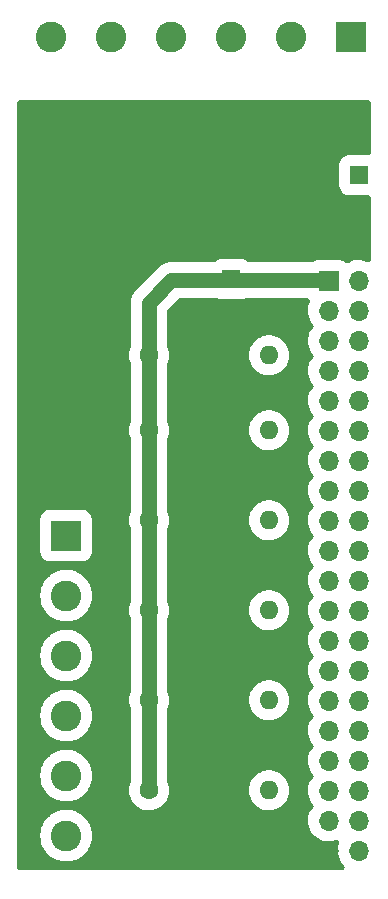
<source format=gbr>
%TF.GenerationSoftware,KiCad,Pcbnew,(6.0.0)*%
%TF.CreationDate,2022-01-13T23:18:41+01:00*%
%TF.ProjectId,pi-1w-shield,70692d31-772d-4736-9869-656c642e6b69,1.0*%
%TF.SameCoordinates,Original*%
%TF.FileFunction,Copper,L2,Bot*%
%TF.FilePolarity,Positive*%
%FSLAX46Y46*%
G04 Gerber Fmt 4.6, Leading zero omitted, Abs format (unit mm)*
G04 Created by KiCad (PCBNEW (6.0.0)) date 2022-01-13 23:18:41*
%MOMM*%
%LPD*%
G01*
G04 APERTURE LIST*
%TA.AperFunction,ComponentPad*%
%ADD10C,1.600000*%
%TD*%
%TA.AperFunction,ComponentPad*%
%ADD11O,1.600000X1.600000*%
%TD*%
%TA.AperFunction,ComponentPad*%
%ADD12R,1.600000X1.600000*%
%TD*%
%TA.AperFunction,ComponentPad*%
%ADD13R,2.600000X2.600000*%
%TD*%
%TA.AperFunction,ComponentPad*%
%ADD14C,2.600000*%
%TD*%
%TA.AperFunction,ComponentPad*%
%ADD15R,1.700000X1.700000*%
%TD*%
%TA.AperFunction,ComponentPad*%
%ADD16O,1.700000X1.700000*%
%TD*%
%TA.AperFunction,Conductor*%
%ADD17C,1.270000*%
%TD*%
G04 APERTURE END LIST*
D10*
%TO.P,R5,1*%
%TO.N,+3V3*%
X156865000Y-100300000D03*
D11*
%TO.P,R5,2*%
%TO.N,GPIO5*%
X167025000Y-100300000D03*
%TD*%
D10*
%TO.P,R2,1*%
%TO.N,+3V3*%
X156865000Y-77440000D03*
D11*
%TO.P,R2,2*%
%TO.N,GPIO17*%
X167025000Y-77440000D03*
%TD*%
D10*
%TO.P,R4,1*%
%TO.N,+3V3*%
X156865000Y-92680000D03*
D11*
%TO.P,R4,2*%
%TO.N,GPIO22*%
X167025000Y-92680000D03*
%TD*%
D10*
%TO.P,R1,1*%
%TO.N,+3V3*%
X156865000Y-71090000D03*
D11*
%TO.P,R1,2*%
%TO.N,GPIO4*%
X167025000Y-71090000D03*
%TD*%
D10*
%TO.P,R6,1*%
%TO.N,+3V3*%
X156865000Y-107920000D03*
D11*
%TO.P,R6,2*%
%TO.N,GPIO6*%
X167025000Y-107920000D03*
%TD*%
D12*
%TO.P,C2,1*%
%TO.N,+3V3*%
X163850000Y-64652380D03*
D10*
%TO.P,C2,2*%
%TO.N,GNDD*%
X163850000Y-62152380D03*
%TD*%
D12*
%TO.P,C1,1*%
%TO.N,+5V*%
X174645000Y-55850000D03*
D10*
%TO.P,C1,2*%
%TO.N,GNDD*%
X172145000Y-55850000D03*
%TD*%
D13*
%TO.P,J2,1,Pin_1*%
%TO.N,GPIO4*%
X149860000Y-86360000D03*
D14*
%TO.P,J2,2,Pin_2*%
%TO.N,GPIO17*%
X149860000Y-91440000D03*
%TO.P,J2,3,Pin_3*%
%TO.N,GPIO27*%
X149860000Y-96520000D03*
%TO.P,J2,4,Pin_4*%
%TO.N,GPIO22*%
X149860000Y-101600000D03*
%TO.P,J2,5,Pin_5*%
%TO.N,GPIO5*%
X149860000Y-106680000D03*
%TO.P,J2,6,Pin_6*%
%TO.N,GPIO6*%
X149860000Y-111760000D03*
%TD*%
D13*
%TO.P,J3,1,Pin_1*%
%TO.N,GNDD*%
X149860000Y-54610000D03*
D14*
%TO.P,J3,2,Pin_2*%
X149860000Y-59690000D03*
%TO.P,J3,3,Pin_3*%
X149860000Y-64770000D03*
%TO.P,J3,4,Pin_4*%
X149860000Y-69850000D03*
%TO.P,J3,5,Pin_5*%
X149860000Y-74930000D03*
%TO.P,J3,6,Pin_6*%
X149860000Y-80010000D03*
%TD*%
D13*
%TO.P,J1,1,Pin_1*%
%TO.N,+5V*%
X173990000Y-44145000D03*
D14*
%TO.P,J1,2,Pin_2*%
X168910000Y-44145000D03*
%TO.P,J1,3,Pin_3*%
X163830000Y-44145000D03*
%TO.P,J1,4,Pin_4*%
X158750000Y-44145000D03*
%TO.P,J1,5,Pin_5*%
X153670000Y-44145000D03*
%TO.P,J1,6,Pin_6*%
X148590000Y-44145000D03*
%TD*%
D10*
%TO.P,R3,1*%
%TO.N,+3V3*%
X156865000Y-85060000D03*
D11*
%TO.P,R3,2*%
%TO.N,GPIO27*%
X167025000Y-85060000D03*
%TD*%
D15*
%TO.P,J4,1,3V3*%
%TO.N,+3V3*%
X172085000Y-64770000D03*
D16*
%TO.P,J4,2,5V*%
%TO.N,+5V*%
X174625000Y-64770000D03*
%TO.P,J4,3,SDA/GPIO2*%
%TO.N,unconnected-(J4-Pad3)*%
X172085000Y-67310000D03*
%TO.P,J4,4,5V*%
%TO.N,unconnected-(J4-Pad4)*%
X174625000Y-67310000D03*
%TO.P,J4,5,SCL/GPIO3*%
%TO.N,unconnected-(J4-Pad5)*%
X172085000Y-69850000D03*
%TO.P,J4,6,GND*%
%TO.N,unconnected-(J4-Pad6)*%
X174625000Y-69850000D03*
%TO.P,J4,7,GCLK0/GPIO4*%
%TO.N,GPIO4*%
X172085000Y-72390000D03*
%TO.P,J4,8,GPIO14/TXD*%
%TO.N,unconnected-(J4-Pad8)*%
X174625000Y-72390000D03*
%TO.P,J4,9,GND*%
%TO.N,unconnected-(J4-Pad9)*%
X172085000Y-74930000D03*
%TO.P,J4,10,GPIO15/RXD*%
%TO.N,unconnected-(J4-Pad10)*%
X174625000Y-74930000D03*
%TO.P,J4,11,GPIO17*%
%TO.N,GPIO17*%
X172085000Y-77470000D03*
%TO.P,J4,12,GPIO18/PWM0*%
%TO.N,unconnected-(J4-Pad12)*%
X174625000Y-77470000D03*
%TO.P,J4,13,GPIO27*%
%TO.N,GPIO27*%
X172085000Y-80010000D03*
%TO.P,J4,14,GND*%
%TO.N,unconnected-(J4-Pad14)*%
X174625000Y-80010000D03*
%TO.P,J4,15,GPIO22*%
%TO.N,GPIO22*%
X172085000Y-82550000D03*
%TO.P,J4,16,GPIO23*%
%TO.N,unconnected-(J4-Pad16)*%
X174625000Y-82550000D03*
%TO.P,J4,17,3V3*%
%TO.N,unconnected-(J4-Pad17)*%
X172085000Y-85090000D03*
%TO.P,J4,18,GPIO24*%
%TO.N,unconnected-(J4-Pad18)*%
X174625000Y-85090000D03*
%TO.P,J4,19,MOSI0/GPIO10*%
%TO.N,unconnected-(J4-Pad19)*%
X172085000Y-87630000D03*
%TO.P,J4,20,GND*%
%TO.N,unconnected-(J4-Pad20)*%
X174625000Y-87630000D03*
%TO.P,J4,21,MISO0/GPIO9*%
%TO.N,unconnected-(J4-Pad21)*%
X172085000Y-90170000D03*
%TO.P,J4,22,GPIO25*%
%TO.N,unconnected-(J4-Pad22)*%
X174625000Y-90170000D03*
%TO.P,J4,23,SCLK0/GPIO11*%
%TO.N,unconnected-(J4-Pad23)*%
X172085000Y-92710000D03*
%TO.P,J4,24,~{CE0}/GPIO8*%
%TO.N,unconnected-(J4-Pad24)*%
X174625000Y-92710000D03*
%TO.P,J4,25,GND*%
%TO.N,unconnected-(J4-Pad25)*%
X172085000Y-95250000D03*
%TO.P,J4,26,~{CE1}/GPIO7*%
%TO.N,unconnected-(J4-Pad26)*%
X174625000Y-95250000D03*
%TO.P,J4,27,ID_SD/GPIO0*%
%TO.N,unconnected-(J4-Pad27)*%
X172085000Y-97790000D03*
%TO.P,J4,28,ID_SC/GPIO1*%
%TO.N,unconnected-(J4-Pad28)*%
X174625000Y-97790000D03*
%TO.P,J4,29,GCLK1/GPIO5*%
%TO.N,GPIO5*%
X172085000Y-100330000D03*
%TO.P,J4,30,GND*%
%TO.N,unconnected-(J4-Pad30)*%
X174625000Y-100330000D03*
%TO.P,J4,31,GCLK2/GPIO6*%
%TO.N,GPIO6*%
X172085000Y-102870000D03*
%TO.P,J4,32,PWM0/GPIO12*%
%TO.N,unconnected-(J4-Pad32)*%
X174625000Y-102870000D03*
%TO.P,J4,33,PWM1/GPIO13*%
%TO.N,unconnected-(J4-Pad33)*%
X172085000Y-105410000D03*
%TO.P,J4,34,GND*%
%TO.N,unconnected-(J4-Pad34)*%
X174625000Y-105410000D03*
%TO.P,J4,35,GPIO19/MISO1*%
%TO.N,unconnected-(J4-Pad35)*%
X172085000Y-107950000D03*
%TO.P,J4,36,GPIO16*%
%TO.N,unconnected-(J4-Pad36)*%
X174625000Y-107950000D03*
%TO.P,J4,37,GPIO26*%
%TO.N,unconnected-(J4-Pad37)*%
X172085000Y-110490000D03*
%TO.P,J4,38,GPIO20/MOSI1*%
%TO.N,unconnected-(J4-Pad38)*%
X174625000Y-110490000D03*
%TO.P,J4,39,GND*%
%TO.N,GNDD*%
X172085000Y-113030000D03*
%TO.P,J4,40,GPIO21/SCLK1*%
%TO.N,unconnected-(J4-Pad40)*%
X174625000Y-113030000D03*
%TD*%
D17*
%TO.N,+3V3*%
X158770000Y-64740000D02*
X156865000Y-66645000D01*
X172085000Y-64770000D02*
X172055000Y-64740000D01*
X156865000Y-66645000D02*
X156865000Y-107920000D01*
X172055000Y-64740000D02*
X158770000Y-64740000D01*
%TD*%
%TA.AperFunction,Conductor*%
%TO.N,GNDD*%
G36*
X175504819Y-49519258D02*
G01*
X175586898Y-49574102D01*
X175641742Y-49656181D01*
X175661000Y-49753000D01*
X175661000Y-53907500D01*
X175641742Y-54004319D01*
X175586898Y-54086398D01*
X175504819Y-54141242D01*
X175408000Y-54160500D01*
X173782742Y-54160500D01*
X173777787Y-54160890D01*
X173716645Y-54165702D01*
X173716643Y-54165702D01*
X173705085Y-54166612D01*
X173693889Y-54169612D01*
X173693883Y-54169613D01*
X173537288Y-54211573D01*
X173524476Y-54215006D01*
X173357875Y-54299893D01*
X173212564Y-54417564D01*
X173094893Y-54562875D01*
X173010006Y-54729476D01*
X173006573Y-54742288D01*
X172964613Y-54898883D01*
X172964612Y-54898889D01*
X172961612Y-54910085D01*
X172955500Y-54987742D01*
X172955500Y-56712258D01*
X172961612Y-56789915D01*
X172964612Y-56801111D01*
X172964613Y-56801117D01*
X173006573Y-56957712D01*
X173010006Y-56970524D01*
X173094893Y-57137125D01*
X173212564Y-57282436D01*
X173357875Y-57400107D01*
X173524476Y-57484994D01*
X173537288Y-57488427D01*
X173693883Y-57530387D01*
X173693889Y-57530388D01*
X173705085Y-57533388D01*
X173716643Y-57534298D01*
X173716645Y-57534298D01*
X173772402Y-57538686D01*
X173782742Y-57539500D01*
X175408000Y-57539500D01*
X175504819Y-57558758D01*
X175586898Y-57613602D01*
X175641742Y-57695681D01*
X175661000Y-57792500D01*
X175661000Y-62934434D01*
X175641742Y-63031253D01*
X175586898Y-63113332D01*
X175504819Y-63168176D01*
X175408000Y-63187434D01*
X175311181Y-63168176D01*
X175296119Y-63161351D01*
X175278456Y-63152641D01*
X175032217Y-63073819D01*
X174997725Y-63068202D01*
X174786294Y-63033768D01*
X174786291Y-63033768D01*
X174777033Y-63032260D01*
X174767651Y-63032137D01*
X174767649Y-63032137D01*
X174625453Y-63030276D01*
X174518508Y-63028876D01*
X174420745Y-63042181D01*
X174271623Y-63062475D01*
X174271619Y-63062476D01*
X174262323Y-63063741D01*
X174253320Y-63066365D01*
X174253316Y-63066366D01*
X174023118Y-63133463D01*
X174023115Y-63133464D01*
X174014106Y-63136090D01*
X173888139Y-63194162D01*
X173787835Y-63240402D01*
X173787830Y-63240405D01*
X173779309Y-63244333D01*
X173771612Y-63249380D01*
X173677663Y-63279454D01*
X173579286Y-63271280D01*
X173489802Y-63224697D01*
X173432429Y-63178237D01*
X173422125Y-63169893D01*
X173289413Y-63102273D01*
X173267341Y-63091027D01*
X173255524Y-63085006D01*
X173213774Y-63073819D01*
X173086117Y-63039613D01*
X173086111Y-63039612D01*
X173074915Y-63036612D01*
X173063357Y-63035702D01*
X173063355Y-63035702D01*
X173002213Y-63030890D01*
X172997258Y-63030500D01*
X171172742Y-63030500D01*
X171167787Y-63030890D01*
X171106645Y-63035702D01*
X171106643Y-63035702D01*
X171095085Y-63036612D01*
X171083889Y-63039612D01*
X171083883Y-63039613D01*
X170956226Y-63073819D01*
X170914476Y-63085006D01*
X170902659Y-63091027D01*
X170880587Y-63102273D01*
X170747875Y-63169893D01*
X170740906Y-63175536D01*
X170651354Y-63211264D01*
X170605249Y-63215500D01*
X165366541Y-63215500D01*
X165269722Y-63196242D01*
X165207322Y-63159117D01*
X165147429Y-63110616D01*
X165147422Y-63110612D01*
X165137125Y-63102273D01*
X164970524Y-63017386D01*
X164957712Y-63013953D01*
X164801117Y-62971993D01*
X164801111Y-62971992D01*
X164789915Y-62968992D01*
X164778357Y-62968082D01*
X164778355Y-62968082D01*
X164717213Y-62963270D01*
X164712258Y-62962880D01*
X162987742Y-62962880D01*
X162982787Y-62963270D01*
X162921645Y-62968082D01*
X162921643Y-62968082D01*
X162910085Y-62968992D01*
X162898889Y-62971992D01*
X162898883Y-62971993D01*
X162742288Y-63013953D01*
X162729476Y-63017386D01*
X162562875Y-63102273D01*
X162552578Y-63110612D01*
X162552571Y-63110616D01*
X162492678Y-63159117D01*
X162405316Y-63205081D01*
X162333459Y-63215500D01*
X158795981Y-63215500D01*
X158788918Y-63215401D01*
X158689954Y-63212637D01*
X158614482Y-63222707D01*
X158601344Y-63224110D01*
X158525468Y-63230215D01*
X158511090Y-63233747D01*
X158499838Y-63236510D01*
X158472954Y-63241589D01*
X158456867Y-63243736D01*
X158456865Y-63243736D01*
X158446787Y-63245081D01*
X158437065Y-63248016D01*
X158437057Y-63248018D01*
X158373902Y-63267086D01*
X158361126Y-63270581D01*
X158287227Y-63288732D01*
X158277875Y-63292702D01*
X158277871Y-63292703D01*
X158262938Y-63299042D01*
X158237206Y-63308357D01*
X158221661Y-63313050D01*
X158221652Y-63313053D01*
X158211936Y-63315987D01*
X158143511Y-63349360D01*
X158131485Y-63354840D01*
X158070766Y-63380614D01*
X158070763Y-63380615D01*
X158061407Y-63384587D01*
X158039065Y-63398657D01*
X158015157Y-63411964D01*
X157991442Y-63423530D01*
X157941484Y-63458771D01*
X157929270Y-63467387D01*
X157918252Y-63474736D01*
X157853817Y-63515313D01*
X157846196Y-63522032D01*
X157846192Y-63522035D01*
X157834020Y-63532767D01*
X157812537Y-63549732D01*
X157797480Y-63560353D01*
X157797465Y-63560365D01*
X157790978Y-63564941D01*
X157769247Y-63584784D01*
X157731885Y-63622146D01*
X157720300Y-63633025D01*
X157669799Y-63677548D01*
X157663356Y-63685392D01*
X157663349Y-63685399D01*
X157646907Y-63705416D01*
X157630304Y-63723727D01*
X155805382Y-65548649D01*
X155800317Y-65553574D01*
X155728390Y-65621592D01*
X155722218Y-65629665D01*
X155722216Y-65629667D01*
X155682161Y-65682057D01*
X155673843Y-65692365D01*
X155631100Y-65742588D01*
X155631095Y-65742595D01*
X155624511Y-65750331D01*
X155610838Y-65772909D01*
X155595421Y-65795508D01*
X155579387Y-65816479D01*
X155574586Y-65825433D01*
X155543416Y-65883565D01*
X155536852Y-65895072D01*
X155497426Y-65960171D01*
X155493620Y-65969591D01*
X155493619Y-65969593D01*
X155487539Y-65984642D01*
X155475930Y-66009424D01*
X155468260Y-66023729D01*
X155463460Y-66032682D01*
X155438686Y-66104631D01*
X155434048Y-66117035D01*
X155409336Y-66178200D01*
X155409334Y-66178206D01*
X155405527Y-66187629D01*
X155403275Y-66197542D01*
X155399678Y-66213373D01*
X155392183Y-66239684D01*
X155386898Y-66255033D01*
X155386897Y-66255039D01*
X155383591Y-66264639D01*
X155377317Y-66300964D01*
X155370640Y-66339617D01*
X155368045Y-66352604D01*
X155353428Y-66416940D01*
X155353427Y-66416948D01*
X155351176Y-66426855D01*
X155350538Y-66437000D01*
X155349518Y-66453209D01*
X155346325Y-66480385D01*
X155341835Y-66506381D01*
X155340500Y-66535778D01*
X155340500Y-66588602D01*
X155340001Y-66604487D01*
X155335773Y-66671693D01*
X155336763Y-66681789D01*
X155336763Y-66681795D01*
X155339293Y-66707593D01*
X155340500Y-66732281D01*
X155340500Y-70305523D01*
X155320817Y-70403361D01*
X155261946Y-70543753D01*
X155258315Y-70552411D01*
X155256003Y-70561513D01*
X155256003Y-70561514D01*
X155227409Y-70674105D01*
X155196502Y-70795799D01*
X155195562Y-70805139D01*
X155195561Y-70805142D01*
X155178905Y-70970561D01*
X155171344Y-71045650D01*
X155183392Y-71296476D01*
X155232382Y-71542765D01*
X155317237Y-71779108D01*
X155319041Y-71782464D01*
X155340500Y-71883424D01*
X155340500Y-76655523D01*
X155320817Y-76753361D01*
X155261946Y-76893753D01*
X155258315Y-76902411D01*
X155256003Y-76911513D01*
X155256003Y-76911514D01*
X155227409Y-77024105D01*
X155196502Y-77145799D01*
X155195562Y-77155139D01*
X155195561Y-77155142D01*
X155172284Y-77386313D01*
X155171344Y-77395650D01*
X155183392Y-77646476D01*
X155232382Y-77892765D01*
X155317237Y-78129108D01*
X155319041Y-78132464D01*
X155340500Y-78233424D01*
X155340500Y-84275523D01*
X155320817Y-84373361D01*
X155261946Y-84513753D01*
X155258315Y-84522411D01*
X155256003Y-84531513D01*
X155256003Y-84531514D01*
X155242499Y-84584688D01*
X155196502Y-84765799D01*
X155195562Y-84775139D01*
X155195561Y-84775142D01*
X155173646Y-84992787D01*
X155171344Y-85015650D01*
X155183392Y-85266476D01*
X155232382Y-85512765D01*
X155317237Y-85749108D01*
X155319041Y-85752464D01*
X155340500Y-85853424D01*
X155340500Y-91895523D01*
X155320817Y-91993361D01*
X155261946Y-92133753D01*
X155258315Y-92142411D01*
X155256003Y-92151513D01*
X155256003Y-92151514D01*
X155227409Y-92264105D01*
X155196502Y-92385799D01*
X155195562Y-92395139D01*
X155195561Y-92395142D01*
X155172284Y-92626313D01*
X155171344Y-92635650D01*
X155183392Y-92886476D01*
X155185222Y-92895674D01*
X155185222Y-92895677D01*
X155210745Y-93023987D01*
X155232382Y-93132765D01*
X155317237Y-93369108D01*
X155319041Y-93372464D01*
X155340500Y-93473424D01*
X155340500Y-99515523D01*
X155320817Y-99613361D01*
X155261946Y-99753753D01*
X155258315Y-99762411D01*
X155256003Y-99771513D01*
X155256003Y-99771514D01*
X155244563Y-99816560D01*
X155196502Y-100005799D01*
X155195562Y-100015139D01*
X155195561Y-100015142D01*
X155175046Y-100218883D01*
X155171344Y-100255650D01*
X155183392Y-100506476D01*
X155185222Y-100515674D01*
X155185222Y-100515677D01*
X155221839Y-100699760D01*
X155232382Y-100752765D01*
X155317237Y-100989108D01*
X155319041Y-100992464D01*
X155340500Y-101093424D01*
X155340500Y-107135523D01*
X155320817Y-107233361D01*
X155261946Y-107373753D01*
X155258315Y-107382411D01*
X155256003Y-107391513D01*
X155256003Y-107391514D01*
X155227408Y-107504105D01*
X155196502Y-107625799D01*
X155195562Y-107635139D01*
X155195561Y-107635142D01*
X155172284Y-107866313D01*
X155171344Y-107875650D01*
X155183392Y-108126476D01*
X155185222Y-108135674D01*
X155185222Y-108135677D01*
X155210745Y-108263987D01*
X155232382Y-108372765D01*
X155317237Y-108609108D01*
X155436095Y-108830313D01*
X155441713Y-108837836D01*
X155441714Y-108837838D01*
X155472145Y-108878590D01*
X155586343Y-109031519D01*
X155764681Y-109208308D01*
X155772250Y-109213857D01*
X155772249Y-109213857D01*
X155959622Y-109351245D01*
X155959629Y-109351250D01*
X155967191Y-109356794D01*
X156189425Y-109473717D01*
X156198284Y-109476811D01*
X156198287Y-109476812D01*
X156198926Y-109477035D01*
X156426499Y-109556507D01*
X156435719Y-109558257D01*
X156435721Y-109558258D01*
X156663982Y-109601595D01*
X156663988Y-109601596D01*
X156673207Y-109603346D01*
X156682586Y-109603714D01*
X156682590Y-109603715D01*
X156798668Y-109608276D01*
X156924128Y-109613205D01*
X157068151Y-109597432D01*
X157164421Y-109586889D01*
X157164425Y-109586888D01*
X157173750Y-109585867D01*
X157182816Y-109583480D01*
X157182822Y-109583479D01*
X157330213Y-109544674D01*
X157416590Y-109521933D01*
X157647312Y-109422807D01*
X157788645Y-109335348D01*
X157852864Y-109295608D01*
X157852867Y-109295606D01*
X157860848Y-109290667D01*
X157958134Y-109208308D01*
X158045343Y-109134479D01*
X158052506Y-109128415D01*
X158218078Y-108939617D01*
X158251759Y-108887254D01*
X158348850Y-108736309D01*
X158348852Y-108736305D01*
X158353924Y-108728420D01*
X158457062Y-108499463D01*
X158525225Y-108257777D01*
X158546621Y-108089590D01*
X158556113Y-108014978D01*
X158556114Y-108014969D01*
X158556915Y-108008670D01*
X158559237Y-107920000D01*
X158555941Y-107875650D01*
X165331344Y-107875650D01*
X165343392Y-108126476D01*
X165345222Y-108135674D01*
X165345222Y-108135677D01*
X165370745Y-108263987D01*
X165392382Y-108372765D01*
X165477237Y-108609108D01*
X165596095Y-108830313D01*
X165601713Y-108837836D01*
X165601714Y-108837838D01*
X165632145Y-108878590D01*
X165746343Y-109031519D01*
X165924681Y-109208308D01*
X165932250Y-109213857D01*
X165932249Y-109213857D01*
X166119622Y-109351245D01*
X166119629Y-109351250D01*
X166127191Y-109356794D01*
X166349425Y-109473717D01*
X166358284Y-109476811D01*
X166358287Y-109476812D01*
X166358926Y-109477035D01*
X166586499Y-109556507D01*
X166595719Y-109558257D01*
X166595721Y-109558258D01*
X166823982Y-109601595D01*
X166823988Y-109601596D01*
X166833207Y-109603346D01*
X166842586Y-109603714D01*
X166842590Y-109603715D01*
X166958668Y-109608276D01*
X167084128Y-109613205D01*
X167228151Y-109597432D01*
X167324421Y-109586889D01*
X167324425Y-109586888D01*
X167333750Y-109585867D01*
X167342816Y-109583480D01*
X167342822Y-109583479D01*
X167490213Y-109544674D01*
X167576590Y-109521933D01*
X167807312Y-109422807D01*
X167948645Y-109335348D01*
X168012864Y-109295608D01*
X168012867Y-109295606D01*
X168020848Y-109290667D01*
X168118134Y-109208308D01*
X168205343Y-109134479D01*
X168212506Y-109128415D01*
X168378078Y-108939617D01*
X168411759Y-108887254D01*
X168508850Y-108736309D01*
X168508852Y-108736305D01*
X168513924Y-108728420D01*
X168617062Y-108499463D01*
X168685225Y-108257777D01*
X168706621Y-108089590D01*
X168716113Y-108014978D01*
X168716114Y-108014969D01*
X168716915Y-108008670D01*
X168719237Y-107920000D01*
X168700627Y-107669576D01*
X168645207Y-107424653D01*
X168554193Y-107190612D01*
X168549539Y-107182469D01*
X168549536Y-107182463D01*
X168434246Y-106980748D01*
X168434245Y-106980746D01*
X168429586Y-106972595D01*
X168274123Y-106775390D01*
X168253983Y-106756444D01*
X168098055Y-106609762D01*
X168098051Y-106609758D01*
X168091218Y-106603331D01*
X167884890Y-106460196D01*
X167876483Y-106456050D01*
X167876476Y-106456046D01*
X167715918Y-106376868D01*
X167659672Y-106349131D01*
X167420512Y-106272575D01*
X167335069Y-106258660D01*
X167181924Y-106233718D01*
X167181918Y-106233718D01*
X167172662Y-106232210D01*
X167163279Y-106232087D01*
X167163277Y-106232087D01*
X167018278Y-106230189D01*
X166921569Y-106228923D01*
X166897417Y-106232210D01*
X166682048Y-106261520D01*
X166682044Y-106261521D01*
X166672748Y-106262786D01*
X166663745Y-106265410D01*
X166663741Y-106265411D01*
X166440678Y-106330428D01*
X166440675Y-106330429D01*
X166431666Y-106333055D01*
X166203618Y-106438187D01*
X166195769Y-106443333D01*
X166001462Y-106570725D01*
X166001456Y-106570729D01*
X165993614Y-106575871D01*
X165806268Y-106743084D01*
X165645695Y-106936152D01*
X165640834Y-106944163D01*
X165640831Y-106944167D01*
X165629096Y-106963506D01*
X165515424Y-107150832D01*
X165511798Y-107159479D01*
X165511797Y-107159481D01*
X165421945Y-107373753D01*
X165421945Y-107373754D01*
X165418315Y-107382411D01*
X165416004Y-107391513D01*
X165416003Y-107391514D01*
X165387408Y-107504105D01*
X165356502Y-107625799D01*
X165355562Y-107635139D01*
X165355561Y-107635142D01*
X165332284Y-107866313D01*
X165331344Y-107875650D01*
X158555941Y-107875650D01*
X158540627Y-107669576D01*
X158485207Y-107424653D01*
X158406702Y-107222778D01*
X158389500Y-107131082D01*
X158389500Y-101083800D01*
X158411824Y-100979888D01*
X158422367Y-100956483D01*
X158457062Y-100879463D01*
X158525225Y-100637777D01*
X158548339Y-100456084D01*
X158556113Y-100394978D01*
X158556114Y-100394969D01*
X158556915Y-100388670D01*
X158559237Y-100300000D01*
X158555941Y-100255650D01*
X165331344Y-100255650D01*
X165343392Y-100506476D01*
X165345222Y-100515674D01*
X165345222Y-100515677D01*
X165381839Y-100699760D01*
X165392382Y-100752765D01*
X165477237Y-100989108D01*
X165596095Y-101210313D01*
X165746343Y-101411519D01*
X165924681Y-101588308D01*
X165932250Y-101593857D01*
X165932249Y-101593857D01*
X166119622Y-101731245D01*
X166119629Y-101731250D01*
X166127191Y-101736794D01*
X166349425Y-101853717D01*
X166358284Y-101856811D01*
X166358287Y-101856812D01*
X166458389Y-101891769D01*
X166586499Y-101936507D01*
X166595719Y-101938257D01*
X166595721Y-101938258D01*
X166823982Y-101981595D01*
X166823988Y-101981596D01*
X166833207Y-101983346D01*
X166842586Y-101983714D01*
X166842590Y-101983715D01*
X166958667Y-101988275D01*
X167084128Y-101993205D01*
X167228151Y-101977432D01*
X167324421Y-101966889D01*
X167324425Y-101966888D01*
X167333750Y-101965867D01*
X167342816Y-101963480D01*
X167342822Y-101963479D01*
X167490213Y-101924674D01*
X167576590Y-101901933D01*
X167807312Y-101802807D01*
X167948645Y-101715348D01*
X168012864Y-101675608D01*
X168012867Y-101675606D01*
X168020848Y-101670667D01*
X168055909Y-101640986D01*
X168205343Y-101514479D01*
X168212506Y-101508415D01*
X168378078Y-101319617D01*
X168383154Y-101311726D01*
X168508850Y-101116309D01*
X168508852Y-101116305D01*
X168513924Y-101108420D01*
X168617062Y-100879463D01*
X168685225Y-100637777D01*
X168708339Y-100456084D01*
X168716113Y-100394978D01*
X168716114Y-100394969D01*
X168716915Y-100388670D01*
X168719237Y-100300000D01*
X168700627Y-100049576D01*
X168645207Y-99804653D01*
X168554193Y-99570612D01*
X168549539Y-99562469D01*
X168549536Y-99562463D01*
X168434246Y-99360748D01*
X168434245Y-99360746D01*
X168429586Y-99352595D01*
X168274123Y-99155390D01*
X168253983Y-99136444D01*
X168098055Y-98989762D01*
X168098051Y-98989758D01*
X168091218Y-98983331D01*
X167884890Y-98840196D01*
X167876483Y-98836050D01*
X167876476Y-98836046D01*
X167715918Y-98756868D01*
X167659672Y-98729131D01*
X167420512Y-98652575D01*
X167335069Y-98638660D01*
X167181924Y-98613718D01*
X167181918Y-98613718D01*
X167172662Y-98612210D01*
X167163279Y-98612087D01*
X167163277Y-98612087D01*
X167018278Y-98610189D01*
X166921569Y-98608923D01*
X166897417Y-98612210D01*
X166682048Y-98641520D01*
X166682044Y-98641521D01*
X166672748Y-98642786D01*
X166663745Y-98645410D01*
X166663741Y-98645411D01*
X166440678Y-98710428D01*
X166440675Y-98710429D01*
X166431666Y-98713055D01*
X166203618Y-98818187D01*
X166195769Y-98823333D01*
X166001462Y-98950725D01*
X166001456Y-98950729D01*
X165993614Y-98955871D01*
X165806268Y-99123084D01*
X165645695Y-99316152D01*
X165640834Y-99324163D01*
X165640831Y-99324167D01*
X165565274Y-99448681D01*
X165515424Y-99530832D01*
X165511798Y-99539479D01*
X165511797Y-99539481D01*
X165421945Y-99753753D01*
X165421945Y-99753754D01*
X165418315Y-99762411D01*
X165416004Y-99771513D01*
X165416003Y-99771514D01*
X165404563Y-99816560D01*
X165356502Y-100005799D01*
X165355562Y-100015139D01*
X165355561Y-100015142D01*
X165335046Y-100218883D01*
X165331344Y-100255650D01*
X158555941Y-100255650D01*
X158540627Y-100049576D01*
X158485207Y-99804653D01*
X158406702Y-99602778D01*
X158389500Y-99511082D01*
X158389500Y-93463800D01*
X158411824Y-93359888D01*
X158422367Y-93336483D01*
X158457062Y-93259463D01*
X158525225Y-93017777D01*
X158546621Y-92849590D01*
X158556113Y-92774978D01*
X158556114Y-92774969D01*
X158556915Y-92768670D01*
X158559237Y-92680000D01*
X158555941Y-92635650D01*
X165331344Y-92635650D01*
X165343392Y-92886476D01*
X165345222Y-92895674D01*
X165345222Y-92895677D01*
X165370745Y-93023987D01*
X165392382Y-93132765D01*
X165477237Y-93369108D01*
X165596095Y-93590313D01*
X165601713Y-93597836D01*
X165601714Y-93597838D01*
X165632145Y-93638590D01*
X165746343Y-93791519D01*
X165924681Y-93968308D01*
X165932250Y-93973857D01*
X165932249Y-93973857D01*
X166119622Y-94111245D01*
X166119629Y-94111250D01*
X166127191Y-94116794D01*
X166349425Y-94233717D01*
X166358284Y-94236811D01*
X166358287Y-94236812D01*
X166358926Y-94237035D01*
X166586499Y-94316507D01*
X166595719Y-94318257D01*
X166595721Y-94318258D01*
X166823982Y-94361595D01*
X166823988Y-94361596D01*
X166833207Y-94363346D01*
X166842586Y-94363714D01*
X166842590Y-94363715D01*
X166958668Y-94368276D01*
X167084128Y-94373205D01*
X167228151Y-94357432D01*
X167324421Y-94346889D01*
X167324425Y-94346888D01*
X167333750Y-94345867D01*
X167342816Y-94343480D01*
X167342822Y-94343479D01*
X167490213Y-94304674D01*
X167576590Y-94281933D01*
X167807312Y-94182807D01*
X167948645Y-94095348D01*
X168012864Y-94055608D01*
X168012867Y-94055606D01*
X168020848Y-94050667D01*
X168118134Y-93968308D01*
X168205343Y-93894479D01*
X168212506Y-93888415D01*
X168378078Y-93699617D01*
X168411759Y-93647254D01*
X168508850Y-93496309D01*
X168508852Y-93496305D01*
X168513924Y-93488420D01*
X168617062Y-93259463D01*
X168685225Y-93017777D01*
X168706621Y-92849590D01*
X168716113Y-92774978D01*
X168716114Y-92774969D01*
X168716915Y-92768670D01*
X168719237Y-92680000D01*
X168700627Y-92429576D01*
X168645207Y-92184653D01*
X168554193Y-91950612D01*
X168549539Y-91942469D01*
X168549536Y-91942463D01*
X168434246Y-91740748D01*
X168434245Y-91740746D01*
X168429586Y-91732595D01*
X168274123Y-91535390D01*
X168253983Y-91516444D01*
X168098055Y-91369762D01*
X168098051Y-91369758D01*
X168091218Y-91363331D01*
X167884890Y-91220196D01*
X167876483Y-91216050D01*
X167876476Y-91216046D01*
X167715918Y-91136868D01*
X167659672Y-91109131D01*
X167420512Y-91032575D01*
X167335069Y-91018660D01*
X167181924Y-90993718D01*
X167181918Y-90993718D01*
X167172662Y-90992210D01*
X167163279Y-90992087D01*
X167163277Y-90992087D01*
X167018278Y-90990189D01*
X166921569Y-90988923D01*
X166897417Y-90992210D01*
X166682048Y-91021520D01*
X166682044Y-91021521D01*
X166672748Y-91022786D01*
X166663745Y-91025410D01*
X166663741Y-91025411D01*
X166440678Y-91090428D01*
X166440675Y-91090429D01*
X166431666Y-91093055D01*
X166203618Y-91198187D01*
X166195769Y-91203333D01*
X166001462Y-91330725D01*
X166001456Y-91330729D01*
X165993614Y-91335871D01*
X165806268Y-91503084D01*
X165645695Y-91696152D01*
X165640834Y-91704163D01*
X165640831Y-91704167D01*
X165629096Y-91723506D01*
X165515424Y-91910832D01*
X165511798Y-91919479D01*
X165511797Y-91919481D01*
X165421945Y-92133753D01*
X165421945Y-92133754D01*
X165418315Y-92142411D01*
X165416004Y-92151513D01*
X165416003Y-92151514D01*
X165387409Y-92264105D01*
X165356502Y-92385799D01*
X165355562Y-92395139D01*
X165355561Y-92395142D01*
X165332284Y-92626313D01*
X165331344Y-92635650D01*
X158555941Y-92635650D01*
X158540627Y-92429576D01*
X158485207Y-92184653D01*
X158406702Y-91982778D01*
X158389500Y-91891082D01*
X158389500Y-85843800D01*
X158411824Y-85739888D01*
X158422367Y-85716483D01*
X158457062Y-85639463D01*
X158525225Y-85397777D01*
X158556915Y-85148670D01*
X158559237Y-85060000D01*
X158555941Y-85015650D01*
X165331344Y-85015650D01*
X165343392Y-85266476D01*
X165392382Y-85512765D01*
X165477237Y-85749108D01*
X165596095Y-85970313D01*
X165746343Y-86171519D01*
X165924681Y-86348308D01*
X165932250Y-86353857D01*
X165932249Y-86353857D01*
X166119622Y-86491245D01*
X166119629Y-86491250D01*
X166127191Y-86496794D01*
X166349425Y-86613717D01*
X166358284Y-86616811D01*
X166358287Y-86616812D01*
X166358926Y-86617035D01*
X166586499Y-86696507D01*
X166595719Y-86698257D01*
X166595721Y-86698258D01*
X166823982Y-86741595D01*
X166823988Y-86741596D01*
X166833207Y-86743346D01*
X166842586Y-86743714D01*
X166842590Y-86743715D01*
X166958668Y-86748276D01*
X167084128Y-86753205D01*
X167228151Y-86737432D01*
X167324421Y-86726889D01*
X167324425Y-86726888D01*
X167333750Y-86725867D01*
X167342816Y-86723480D01*
X167342822Y-86723479D01*
X167490213Y-86684674D01*
X167576590Y-86661933D01*
X167807312Y-86562807D01*
X167948645Y-86475348D01*
X168012864Y-86435608D01*
X168012867Y-86435606D01*
X168020848Y-86430667D01*
X168118134Y-86348308D01*
X168205343Y-86274479D01*
X168212506Y-86268415D01*
X168378078Y-86079617D01*
X168411759Y-86027254D01*
X168508850Y-85876309D01*
X168508852Y-85876305D01*
X168513924Y-85868420D01*
X168617062Y-85639463D01*
X168685225Y-85397777D01*
X168716915Y-85148670D01*
X168719237Y-85060000D01*
X168700627Y-84809576D01*
X168662220Y-84639839D01*
X168647279Y-84573809D01*
X168647278Y-84573806D01*
X168645207Y-84564653D01*
X168554193Y-84330612D01*
X168549539Y-84322469D01*
X168549536Y-84322463D01*
X168434246Y-84120748D01*
X168434245Y-84120746D01*
X168429586Y-84112595D01*
X168274123Y-83915390D01*
X168253983Y-83896444D01*
X168098055Y-83749762D01*
X168098051Y-83749758D01*
X168091218Y-83743331D01*
X167884890Y-83600196D01*
X167876483Y-83596050D01*
X167876476Y-83596046D01*
X167715918Y-83516868D01*
X167659672Y-83489131D01*
X167420512Y-83412575D01*
X167335069Y-83398660D01*
X167181924Y-83373718D01*
X167181918Y-83373718D01*
X167172662Y-83372210D01*
X167163279Y-83372087D01*
X167163277Y-83372087D01*
X167018278Y-83370189D01*
X166921569Y-83368923D01*
X166897417Y-83372210D01*
X166682048Y-83401520D01*
X166682044Y-83401521D01*
X166672748Y-83402786D01*
X166663745Y-83405410D01*
X166663741Y-83405411D01*
X166440678Y-83470428D01*
X166440675Y-83470429D01*
X166431666Y-83473055D01*
X166203618Y-83578187D01*
X166195769Y-83583333D01*
X166001462Y-83710725D01*
X166001456Y-83710729D01*
X165993614Y-83715871D01*
X165806268Y-83883084D01*
X165645695Y-84076152D01*
X165640834Y-84084163D01*
X165640831Y-84084167D01*
X165584734Y-84176612D01*
X165515424Y-84290832D01*
X165511798Y-84299479D01*
X165511797Y-84299481D01*
X165421945Y-84513753D01*
X165421945Y-84513754D01*
X165418315Y-84522411D01*
X165416004Y-84531513D01*
X165416003Y-84531514D01*
X165402499Y-84584688D01*
X165356502Y-84765799D01*
X165355562Y-84775139D01*
X165355561Y-84775142D01*
X165333646Y-84992787D01*
X165331344Y-85015650D01*
X158555941Y-85015650D01*
X158540627Y-84809576D01*
X158502220Y-84639839D01*
X158487279Y-84573809D01*
X158487278Y-84573806D01*
X158485207Y-84564653D01*
X158406702Y-84362778D01*
X158389500Y-84271082D01*
X158389500Y-78223800D01*
X158411824Y-78119888D01*
X158422367Y-78096483D01*
X158457062Y-78019463D01*
X158525225Y-77777777D01*
X158556915Y-77528670D01*
X158559237Y-77440000D01*
X158555941Y-77395650D01*
X165331344Y-77395650D01*
X165343392Y-77646476D01*
X165392382Y-77892765D01*
X165477237Y-78129108D01*
X165596095Y-78350313D01*
X165746343Y-78551519D01*
X165924681Y-78728308D01*
X165932250Y-78733857D01*
X165932249Y-78733857D01*
X166119622Y-78871245D01*
X166119629Y-78871250D01*
X166127191Y-78876794D01*
X166349425Y-78993717D01*
X166358284Y-78996811D01*
X166358287Y-78996812D01*
X166358926Y-78997035D01*
X166586499Y-79076507D01*
X166595719Y-79078257D01*
X166595721Y-79078258D01*
X166823982Y-79121595D01*
X166823988Y-79121596D01*
X166833207Y-79123346D01*
X166842586Y-79123714D01*
X166842590Y-79123715D01*
X166958668Y-79128276D01*
X167084128Y-79133205D01*
X167228151Y-79117432D01*
X167324421Y-79106889D01*
X167324425Y-79106888D01*
X167333750Y-79105867D01*
X167342816Y-79103480D01*
X167342822Y-79103479D01*
X167490213Y-79064674D01*
X167576590Y-79041933D01*
X167807312Y-78942807D01*
X167948645Y-78855348D01*
X168012864Y-78815608D01*
X168012867Y-78815606D01*
X168020848Y-78810667D01*
X168118134Y-78728308D01*
X168205343Y-78654479D01*
X168212506Y-78648415D01*
X168378078Y-78459617D01*
X168411759Y-78407254D01*
X168508850Y-78256309D01*
X168508852Y-78256305D01*
X168513924Y-78248420D01*
X168617062Y-78019463D01*
X168685225Y-77777777D01*
X168716915Y-77528670D01*
X168719237Y-77440000D01*
X168700627Y-77189576D01*
X168645207Y-76944653D01*
X168554193Y-76710612D01*
X168549539Y-76702469D01*
X168549536Y-76702463D01*
X168434246Y-76500748D01*
X168434245Y-76500746D01*
X168429586Y-76492595D01*
X168274123Y-76295390D01*
X168253983Y-76276444D01*
X168098055Y-76129762D01*
X168098051Y-76129758D01*
X168091218Y-76123331D01*
X167884890Y-75980196D01*
X167876483Y-75976050D01*
X167876476Y-75976046D01*
X167715918Y-75896868D01*
X167659672Y-75869131D01*
X167420512Y-75792575D01*
X167335069Y-75778660D01*
X167181924Y-75753718D01*
X167181918Y-75753718D01*
X167172662Y-75752210D01*
X167163279Y-75752087D01*
X167163277Y-75752087D01*
X167018278Y-75750189D01*
X166921569Y-75748923D01*
X166897417Y-75752210D01*
X166682048Y-75781520D01*
X166682044Y-75781521D01*
X166672748Y-75782786D01*
X166663745Y-75785410D01*
X166663741Y-75785411D01*
X166440678Y-75850428D01*
X166440675Y-75850429D01*
X166431666Y-75853055D01*
X166203618Y-75958187D01*
X166195769Y-75963333D01*
X166001462Y-76090725D01*
X166001456Y-76090729D01*
X165993614Y-76095871D01*
X165806268Y-76263084D01*
X165645695Y-76456152D01*
X165515424Y-76670832D01*
X165511798Y-76679479D01*
X165511797Y-76679481D01*
X165421945Y-76893753D01*
X165421945Y-76893754D01*
X165418315Y-76902411D01*
X165416004Y-76911513D01*
X165416003Y-76911514D01*
X165387409Y-77024105D01*
X165356502Y-77145799D01*
X165355562Y-77155139D01*
X165355561Y-77155142D01*
X165332284Y-77386313D01*
X165331344Y-77395650D01*
X158555941Y-77395650D01*
X158540627Y-77189576D01*
X158485207Y-76944653D01*
X158406702Y-76742778D01*
X158389500Y-76651082D01*
X158389500Y-71873800D01*
X158411824Y-71769888D01*
X158422367Y-71746483D01*
X158457062Y-71669463D01*
X158525225Y-71427777D01*
X158556915Y-71178670D01*
X158559237Y-71090000D01*
X158555941Y-71045650D01*
X165331344Y-71045650D01*
X165343392Y-71296476D01*
X165392382Y-71542765D01*
X165477237Y-71779108D01*
X165596095Y-72000313D01*
X165746343Y-72201519D01*
X165924681Y-72378308D01*
X165932250Y-72383857D01*
X165932249Y-72383857D01*
X166119622Y-72521245D01*
X166119629Y-72521250D01*
X166127191Y-72526794D01*
X166349425Y-72643717D01*
X166358284Y-72646811D01*
X166358287Y-72646812D01*
X166458389Y-72681769D01*
X166586499Y-72726507D01*
X166595719Y-72728257D01*
X166595721Y-72728258D01*
X166823982Y-72771595D01*
X166823988Y-72771596D01*
X166833207Y-72773346D01*
X166842586Y-72773714D01*
X166842590Y-72773715D01*
X166958667Y-72778275D01*
X167084128Y-72783205D01*
X167228151Y-72767432D01*
X167324421Y-72756889D01*
X167324425Y-72756888D01*
X167333750Y-72755867D01*
X167342816Y-72753480D01*
X167342822Y-72753479D01*
X167490213Y-72714674D01*
X167576590Y-72691933D01*
X167807312Y-72592807D01*
X167948645Y-72505348D01*
X168012864Y-72465608D01*
X168012867Y-72465606D01*
X168020848Y-72460667D01*
X168118134Y-72378308D01*
X168205343Y-72304479D01*
X168212506Y-72298415D01*
X168378078Y-72109617D01*
X168398422Y-72077989D01*
X168508850Y-71906309D01*
X168508852Y-71906305D01*
X168513924Y-71898420D01*
X168617062Y-71669463D01*
X168685225Y-71427777D01*
X168716915Y-71178670D01*
X168719237Y-71090000D01*
X168700627Y-70839576D01*
X168645207Y-70594653D01*
X168554193Y-70360612D01*
X168549539Y-70352469D01*
X168549536Y-70352463D01*
X168434246Y-70150748D01*
X168434245Y-70150746D01*
X168429586Y-70142595D01*
X168274123Y-69945390D01*
X168267289Y-69938961D01*
X168098055Y-69779762D01*
X168098051Y-69779758D01*
X168091218Y-69773331D01*
X167884890Y-69630196D01*
X167876483Y-69626050D01*
X167876476Y-69626046D01*
X167668089Y-69523282D01*
X167659672Y-69519131D01*
X167420512Y-69442575D01*
X167335069Y-69428660D01*
X167181924Y-69403718D01*
X167181918Y-69403718D01*
X167172662Y-69402210D01*
X167163279Y-69402087D01*
X167163277Y-69402087D01*
X167018278Y-69400189D01*
X166921569Y-69398923D01*
X166897417Y-69402210D01*
X166682048Y-69431520D01*
X166682044Y-69431521D01*
X166672748Y-69432786D01*
X166663745Y-69435410D01*
X166663741Y-69435411D01*
X166440678Y-69500428D01*
X166440675Y-69500429D01*
X166431666Y-69503055D01*
X166203618Y-69608187D01*
X166195769Y-69613333D01*
X166001462Y-69740725D01*
X166001456Y-69740729D01*
X165993614Y-69745871D01*
X165806268Y-69913084D01*
X165645695Y-70106152D01*
X165515424Y-70320832D01*
X165511798Y-70329479D01*
X165511797Y-70329481D01*
X165421945Y-70543753D01*
X165421945Y-70543754D01*
X165418315Y-70552411D01*
X165416004Y-70561513D01*
X165416003Y-70561514D01*
X165387409Y-70674105D01*
X165356502Y-70795799D01*
X165355562Y-70805139D01*
X165355561Y-70805142D01*
X165338905Y-70970561D01*
X165331344Y-71045650D01*
X158555941Y-71045650D01*
X158540627Y-70839576D01*
X158485207Y-70594653D01*
X158406702Y-70392778D01*
X158389500Y-70301082D01*
X158389500Y-67381265D01*
X158408758Y-67284446D01*
X158463602Y-67202367D01*
X159327367Y-66338602D01*
X159409446Y-66283758D01*
X159506265Y-66264500D01*
X162626864Y-66264500D01*
X162717530Y-66281304D01*
X162717663Y-66281355D01*
X162729476Y-66287374D01*
X162742280Y-66290805D01*
X162742283Y-66290806D01*
X162898883Y-66332767D01*
X162898889Y-66332768D01*
X162910085Y-66335768D01*
X162921643Y-66336678D01*
X162921645Y-66336678D01*
X162977402Y-66341066D01*
X162987742Y-66341880D01*
X164712258Y-66341880D01*
X164722598Y-66341066D01*
X164778355Y-66336678D01*
X164778357Y-66336678D01*
X164789915Y-66335768D01*
X164801111Y-66332768D01*
X164801117Y-66332767D01*
X164957717Y-66290806D01*
X164957720Y-66290805D01*
X164970524Y-66287374D01*
X164982337Y-66281355D01*
X164982470Y-66281304D01*
X165073136Y-66264500D01*
X170256643Y-66264500D01*
X170353462Y-66283758D01*
X170435541Y-66338602D01*
X170490385Y-66420681D01*
X170509643Y-66517500D01*
X170489960Y-66615336D01*
X170430765Y-66756501D01*
X170367123Y-67007092D01*
X170341220Y-67264338D01*
X170353624Y-67522586D01*
X170404064Y-67776165D01*
X170491431Y-68019502D01*
X170613807Y-68247254D01*
X170750690Y-68430563D01*
X170793187Y-68519661D01*
X170798353Y-68618241D01*
X170765400Y-68711295D01*
X170742489Y-68743714D01*
X170664875Y-68837035D01*
X170530748Y-69058069D01*
X170527122Y-69066716D01*
X170527121Y-69066718D01*
X170434395Y-69287843D01*
X170434393Y-69287850D01*
X170430765Y-69296501D01*
X170428455Y-69305598D01*
X170428453Y-69305603D01*
X170384517Y-69478603D01*
X170367123Y-69547092D01*
X170366183Y-69556432D01*
X170366182Y-69556435D01*
X170342160Y-69795001D01*
X170341220Y-69804338D01*
X170353624Y-70062586D01*
X170404064Y-70316165D01*
X170491431Y-70559502D01*
X170613807Y-70787254D01*
X170750690Y-70970563D01*
X170793187Y-71059661D01*
X170798353Y-71158241D01*
X170765400Y-71251295D01*
X170742489Y-71283714D01*
X170664875Y-71377035D01*
X170530748Y-71598069D01*
X170527122Y-71606716D01*
X170527121Y-71606718D01*
X170434395Y-71827843D01*
X170434393Y-71827850D01*
X170430765Y-71836501D01*
X170428455Y-71845598D01*
X170428453Y-71845603D01*
X170413036Y-71906309D01*
X170367123Y-72087092D01*
X170366183Y-72096432D01*
X170366182Y-72096435D01*
X170342160Y-72335001D01*
X170341220Y-72344338D01*
X170353624Y-72602586D01*
X170404064Y-72856165D01*
X170491431Y-73099502D01*
X170613807Y-73327254D01*
X170750690Y-73510563D01*
X170793187Y-73599661D01*
X170798353Y-73698241D01*
X170765400Y-73791295D01*
X170742489Y-73823714D01*
X170664875Y-73917035D01*
X170530748Y-74138069D01*
X170527122Y-74146716D01*
X170527121Y-74146718D01*
X170434395Y-74367843D01*
X170434393Y-74367850D01*
X170430765Y-74376501D01*
X170367123Y-74627092D01*
X170341220Y-74884338D01*
X170353624Y-75142586D01*
X170404064Y-75396165D01*
X170491431Y-75639502D01*
X170613807Y-75867254D01*
X170750690Y-76050563D01*
X170793187Y-76139661D01*
X170798353Y-76238241D01*
X170765400Y-76331295D01*
X170742489Y-76363714D01*
X170664875Y-76457035D01*
X170530748Y-76678069D01*
X170527122Y-76686716D01*
X170527121Y-76686718D01*
X170434395Y-76907843D01*
X170434393Y-76907850D01*
X170430765Y-76916501D01*
X170428455Y-76925598D01*
X170428453Y-76925603D01*
X170423615Y-76944653D01*
X170367123Y-77167092D01*
X170366183Y-77176432D01*
X170366182Y-77176435D01*
X170345049Y-77386313D01*
X170341220Y-77424338D01*
X170353624Y-77682586D01*
X170404064Y-77936165D01*
X170491431Y-78179502D01*
X170613807Y-78407254D01*
X170750690Y-78590563D01*
X170793187Y-78679661D01*
X170798353Y-78778241D01*
X170765400Y-78871295D01*
X170742489Y-78903714D01*
X170664875Y-78997035D01*
X170530748Y-79218069D01*
X170527122Y-79226716D01*
X170527121Y-79226718D01*
X170434395Y-79447843D01*
X170434393Y-79447850D01*
X170430765Y-79456501D01*
X170367123Y-79707092D01*
X170341220Y-79964338D01*
X170353624Y-80222586D01*
X170404064Y-80476165D01*
X170491431Y-80719502D01*
X170613807Y-80947254D01*
X170750690Y-81130563D01*
X170793187Y-81219661D01*
X170798353Y-81318241D01*
X170765400Y-81411295D01*
X170742489Y-81443714D01*
X170664875Y-81537035D01*
X170530748Y-81758069D01*
X170527122Y-81766716D01*
X170527121Y-81766718D01*
X170434395Y-81987843D01*
X170434393Y-81987850D01*
X170430765Y-81996501D01*
X170367123Y-82247092D01*
X170341220Y-82504338D01*
X170353624Y-82762586D01*
X170404064Y-83016165D01*
X170491431Y-83259502D01*
X170613807Y-83487254D01*
X170750690Y-83670563D01*
X170793187Y-83759661D01*
X170798353Y-83858241D01*
X170765400Y-83951295D01*
X170742489Y-83983714D01*
X170664875Y-84077035D01*
X170530748Y-84298069D01*
X170527122Y-84306716D01*
X170527121Y-84306718D01*
X170434395Y-84527843D01*
X170434393Y-84527850D01*
X170430765Y-84536501D01*
X170428455Y-84545598D01*
X170428453Y-84545603D01*
X170423615Y-84564653D01*
X170367123Y-84787092D01*
X170366183Y-84796432D01*
X170366182Y-84796435D01*
X170354859Y-84908883D01*
X170341220Y-85044338D01*
X170353624Y-85302586D01*
X170404064Y-85556165D01*
X170491431Y-85799502D01*
X170613807Y-86027254D01*
X170750690Y-86210563D01*
X170793187Y-86299661D01*
X170798353Y-86398241D01*
X170765400Y-86491295D01*
X170742489Y-86523714D01*
X170664875Y-86617035D01*
X170530748Y-86838069D01*
X170527122Y-86846716D01*
X170527121Y-86846718D01*
X170434395Y-87067843D01*
X170434393Y-87067850D01*
X170430765Y-87076501D01*
X170367123Y-87327092D01*
X170341220Y-87584338D01*
X170353624Y-87842586D01*
X170404064Y-88096165D01*
X170491431Y-88339502D01*
X170613807Y-88567254D01*
X170750690Y-88750563D01*
X170793187Y-88839661D01*
X170798353Y-88938241D01*
X170765400Y-89031295D01*
X170742489Y-89063714D01*
X170664875Y-89157035D01*
X170530748Y-89378069D01*
X170527122Y-89386716D01*
X170527121Y-89386718D01*
X170434395Y-89607843D01*
X170434393Y-89607850D01*
X170430765Y-89616501D01*
X170428455Y-89625598D01*
X170428453Y-89625603D01*
X170421976Y-89651107D01*
X170367123Y-89867092D01*
X170366183Y-89876432D01*
X170366182Y-89876435D01*
X170348897Y-90048092D01*
X170341220Y-90124338D01*
X170353624Y-90382586D01*
X170404064Y-90636165D01*
X170491431Y-90879502D01*
X170613807Y-91107254D01*
X170750690Y-91290563D01*
X170793187Y-91379661D01*
X170798353Y-91478241D01*
X170765400Y-91571295D01*
X170742489Y-91603714D01*
X170664875Y-91697035D01*
X170530748Y-91918069D01*
X170527122Y-91926716D01*
X170527121Y-91926718D01*
X170434395Y-92147843D01*
X170434393Y-92147850D01*
X170430765Y-92156501D01*
X170428455Y-92165598D01*
X170428453Y-92165603D01*
X170423615Y-92184653D01*
X170367123Y-92407092D01*
X170366183Y-92416432D01*
X170366182Y-92416435D01*
X170346094Y-92615934D01*
X170341220Y-92664338D01*
X170353624Y-92922586D01*
X170404064Y-93176165D01*
X170491431Y-93419502D01*
X170613807Y-93647254D01*
X170750690Y-93830563D01*
X170793187Y-93919661D01*
X170798353Y-94018241D01*
X170765400Y-94111295D01*
X170742489Y-94143714D01*
X170664875Y-94237035D01*
X170530748Y-94458069D01*
X170527122Y-94466716D01*
X170527121Y-94466718D01*
X170434395Y-94687843D01*
X170434393Y-94687850D01*
X170430765Y-94696501D01*
X170428455Y-94705598D01*
X170428453Y-94705603D01*
X170421976Y-94731107D01*
X170367123Y-94947092D01*
X170366183Y-94956432D01*
X170366182Y-94956435D01*
X170348897Y-95128092D01*
X170341220Y-95204338D01*
X170353624Y-95462586D01*
X170404064Y-95716165D01*
X170491431Y-95959502D01*
X170613807Y-96187254D01*
X170750690Y-96370563D01*
X170793187Y-96459661D01*
X170798353Y-96558241D01*
X170765400Y-96651295D01*
X170742489Y-96683714D01*
X170664875Y-96777035D01*
X170530748Y-96998069D01*
X170527122Y-97006716D01*
X170527121Y-97006718D01*
X170434395Y-97227843D01*
X170434393Y-97227850D01*
X170430765Y-97236501D01*
X170367123Y-97487092D01*
X170366183Y-97496432D01*
X170366182Y-97496435D01*
X170346094Y-97695934D01*
X170341220Y-97744338D01*
X170353624Y-98002586D01*
X170404064Y-98256165D01*
X170491431Y-98499502D01*
X170613807Y-98727254D01*
X170750690Y-98910563D01*
X170793187Y-98999661D01*
X170798353Y-99098241D01*
X170765400Y-99191295D01*
X170742489Y-99223714D01*
X170664875Y-99317035D01*
X170530748Y-99538069D01*
X170527122Y-99546716D01*
X170527121Y-99546718D01*
X170434395Y-99767843D01*
X170434393Y-99767850D01*
X170430765Y-99776501D01*
X170428455Y-99785598D01*
X170428453Y-99785603D01*
X170421976Y-99811107D01*
X170367123Y-100027092D01*
X170366183Y-100036432D01*
X170366182Y-100036435D01*
X170348897Y-100208092D01*
X170341220Y-100284338D01*
X170353624Y-100542586D01*
X170404064Y-100796165D01*
X170491431Y-101039502D01*
X170613807Y-101267254D01*
X170750690Y-101450563D01*
X170793187Y-101539661D01*
X170798353Y-101638241D01*
X170765400Y-101731295D01*
X170742489Y-101763714D01*
X170664875Y-101857035D01*
X170530748Y-102078069D01*
X170527122Y-102086716D01*
X170527121Y-102086718D01*
X170434395Y-102307843D01*
X170434393Y-102307850D01*
X170430765Y-102316501D01*
X170367123Y-102567092D01*
X170366183Y-102576432D01*
X170366182Y-102576435D01*
X170346094Y-102775934D01*
X170341220Y-102824338D01*
X170353624Y-103082586D01*
X170404064Y-103336165D01*
X170491431Y-103579502D01*
X170613807Y-103807254D01*
X170750690Y-103990563D01*
X170793187Y-104079661D01*
X170798353Y-104178241D01*
X170765400Y-104271295D01*
X170742489Y-104303714D01*
X170664875Y-104397035D01*
X170530748Y-104618069D01*
X170527122Y-104626716D01*
X170527121Y-104626718D01*
X170434395Y-104847843D01*
X170434393Y-104847850D01*
X170430765Y-104856501D01*
X170428455Y-104865598D01*
X170428453Y-104865603D01*
X170421976Y-104891107D01*
X170367123Y-105107092D01*
X170366183Y-105116432D01*
X170366182Y-105116435D01*
X170348897Y-105288092D01*
X170341220Y-105364338D01*
X170353624Y-105622586D01*
X170404064Y-105876165D01*
X170491431Y-106119502D01*
X170613807Y-106347254D01*
X170750690Y-106530563D01*
X170793187Y-106619661D01*
X170798353Y-106718241D01*
X170765400Y-106811295D01*
X170742489Y-106843714D01*
X170664875Y-106937035D01*
X170530748Y-107158069D01*
X170527122Y-107166716D01*
X170527121Y-107166718D01*
X170434395Y-107387843D01*
X170434393Y-107387850D01*
X170430765Y-107396501D01*
X170428455Y-107405598D01*
X170428453Y-107405603D01*
X170423615Y-107424653D01*
X170367123Y-107647092D01*
X170366183Y-107656432D01*
X170366182Y-107656435D01*
X170346094Y-107855934D01*
X170341220Y-107904338D01*
X170353624Y-108162586D01*
X170404064Y-108416165D01*
X170491431Y-108659502D01*
X170613807Y-108887254D01*
X170750690Y-109070563D01*
X170793187Y-109159661D01*
X170798353Y-109258241D01*
X170765400Y-109351295D01*
X170742489Y-109383714D01*
X170664875Y-109477035D01*
X170530748Y-109698069D01*
X170527122Y-109706716D01*
X170527121Y-109706718D01*
X170434395Y-109927843D01*
X170434393Y-109927850D01*
X170430765Y-109936501D01*
X170428455Y-109945598D01*
X170428453Y-109945603D01*
X170421976Y-109971107D01*
X170367123Y-110187092D01*
X170366183Y-110196432D01*
X170366182Y-110196435D01*
X170348897Y-110368092D01*
X170341220Y-110444338D01*
X170353624Y-110702586D01*
X170404064Y-110956165D01*
X170491431Y-111199502D01*
X170613807Y-111427254D01*
X170704814Y-111549127D01*
X170762885Y-111626895D01*
X170762889Y-111626900D01*
X170768501Y-111634415D01*
X170952117Y-111816435D01*
X171160620Y-111969316D01*
X171389431Y-112089699D01*
X171633522Y-112174940D01*
X171887531Y-112223165D01*
X171896911Y-112223534D01*
X171896915Y-112223534D01*
X172009759Y-112227967D01*
X172145878Y-112233315D01*
X172293988Y-112217094D01*
X172393559Y-112206190D01*
X172393563Y-112206189D01*
X172402888Y-112205168D01*
X172411954Y-112202781D01*
X172411960Y-112202780D01*
X172643837Y-112141732D01*
X172643840Y-112141731D01*
X172652914Y-112139342D01*
X172657504Y-112137370D01*
X172753664Y-112124281D01*
X172849127Y-112149411D01*
X172927707Y-112209161D01*
X172977439Y-112294434D01*
X172990753Y-112392248D01*
X172975368Y-112458267D01*
X172977375Y-112458938D01*
X172974395Y-112467845D01*
X172970765Y-112476501D01*
X172907123Y-112727092D01*
X172906183Y-112736432D01*
X172906182Y-112736435D01*
X172886094Y-112935934D01*
X172881220Y-112984338D01*
X172893624Y-113242586D01*
X172944064Y-113496165D01*
X173031431Y-113739502D01*
X173153807Y-113967254D01*
X173244814Y-114089127D01*
X173302885Y-114166895D01*
X173302889Y-114166900D01*
X173308501Y-114174415D01*
X173315162Y-114181018D01*
X173315168Y-114181025D01*
X173356007Y-114221509D01*
X173411208Y-114303348D01*
X173430888Y-114400082D01*
X173412051Y-114496984D01*
X173357565Y-114579301D01*
X173275726Y-114634502D01*
X173178131Y-114654184D01*
X145922238Y-114679921D01*
X145825402Y-114660754D01*
X145743271Y-114605988D01*
X145688350Y-114523961D01*
X145669000Y-114426921D01*
X145669000Y-111737018D01*
X147665504Y-111737018D01*
X147666000Y-111745620D01*
X147666000Y-111745621D01*
X147674973Y-111901231D01*
X147682689Y-112035058D01*
X147709525Y-112171842D01*
X147722519Y-112238069D01*
X147740164Y-112328008D01*
X147742956Y-112336162D01*
X147742956Y-112336163D01*
X147762158Y-112392248D01*
X147836864Y-112610448D01*
X147971002Y-112877150D01*
X148140094Y-113123181D01*
X148341012Y-113343987D01*
X148347608Y-113349502D01*
X148347612Y-113349506D01*
X148403496Y-113396232D01*
X148570037Y-113535482D01*
X148822933Y-113694123D01*
X148830782Y-113697667D01*
X148830784Y-113697668D01*
X148900277Y-113729045D01*
X149095018Y-113816974D01*
X149103276Y-113819420D01*
X149103281Y-113819422D01*
X149252923Y-113863748D01*
X149381259Y-113901763D01*
X149676359Y-113946919D01*
X149880992Y-113950134D01*
X149966253Y-113951473D01*
X149966255Y-113951473D01*
X149974857Y-113951608D01*
X150157384Y-113929520D01*
X150262687Y-113916777D01*
X150262690Y-113916776D01*
X150271230Y-113915743D01*
X150279550Y-113913560D01*
X150279557Y-113913559D01*
X150551664Y-113842173D01*
X150551663Y-113842173D01*
X150559993Y-113839988D01*
X150690740Y-113785831D01*
X150827832Y-113729045D01*
X150827835Y-113729043D01*
X150835803Y-113725743D01*
X151093557Y-113575124D01*
X151328485Y-113390918D01*
X151536239Y-113176532D01*
X151541335Y-113169595D01*
X151541339Y-113169590D01*
X151707880Y-112942872D01*
X151707883Y-112942867D01*
X151712976Y-112935934D01*
X151855424Y-112673576D01*
X151960949Y-112394314D01*
X151962870Y-112385927D01*
X151962872Y-112385920D01*
X152025675Y-112111707D01*
X152025676Y-112111703D01*
X152027597Y-112103314D01*
X152054135Y-111805961D01*
X152054616Y-111760000D01*
X152034311Y-111462156D01*
X151973772Y-111169824D01*
X151968926Y-111156137D01*
X151894851Y-110946958D01*
X151874119Y-110888413D01*
X151737196Y-110623130D01*
X151718508Y-110596540D01*
X151570492Y-110385933D01*
X151570491Y-110385931D01*
X151565537Y-110378883D01*
X151362318Y-110160194D01*
X151343205Y-110144550D01*
X151137963Y-109976560D01*
X151137957Y-109976556D01*
X151131300Y-109971107D01*
X150876757Y-109815123D01*
X150603400Y-109695128D01*
X150496544Y-109664689D01*
X150324572Y-109615702D01*
X150324568Y-109615701D01*
X150316286Y-109613342D01*
X150020730Y-109571278D01*
X149910672Y-109570702D01*
X149730810Y-109569760D01*
X149730809Y-109569760D01*
X149722199Y-109569715D01*
X149710327Y-109571278D01*
X149434752Y-109607557D01*
X149434745Y-109607558D01*
X149426218Y-109608681D01*
X149417916Y-109610952D01*
X149417912Y-109610953D01*
X149146568Y-109685185D01*
X149146564Y-109685186D01*
X149138264Y-109687457D01*
X149000964Y-109746020D01*
X148871584Y-109801205D01*
X148871581Y-109801207D01*
X148863665Y-109804583D01*
X148800311Y-109842500D01*
X148614889Y-109953472D01*
X148614883Y-109953476D01*
X148607503Y-109957893D01*
X148600789Y-109963272D01*
X148600786Y-109963274D01*
X148446043Y-110087247D01*
X148374517Y-110144550D01*
X148169019Y-110361099D01*
X147994812Y-110603534D01*
X147855119Y-110867369D01*
X147752524Y-111147722D01*
X147750690Y-111156134D01*
X147750689Y-111156137D01*
X147739431Y-111207773D01*
X147688927Y-111439404D01*
X147665504Y-111737018D01*
X145669000Y-111737018D01*
X145669000Y-106657018D01*
X147665504Y-106657018D01*
X147666000Y-106665620D01*
X147666000Y-106665621D01*
X147674400Y-106811295D01*
X147682689Y-106955058D01*
X147697727Y-107031707D01*
X147722796Y-107159481D01*
X147740164Y-107248008D01*
X147742956Y-107256162D01*
X147742956Y-107256163D01*
X147762865Y-107314314D01*
X147836864Y-107530448D01*
X147971002Y-107797150D01*
X148011403Y-107855934D01*
X148120711Y-108014978D01*
X148140094Y-108043181D01*
X148341012Y-108263987D01*
X148347608Y-108269502D01*
X148347612Y-108269506D01*
X148481668Y-108381594D01*
X148570037Y-108455482D01*
X148822933Y-108614123D01*
X148830782Y-108617667D01*
X148830784Y-108617668D01*
X148900277Y-108649045D01*
X149095018Y-108736974D01*
X149103276Y-108739420D01*
X149103281Y-108739422D01*
X149252923Y-108783748D01*
X149381259Y-108821763D01*
X149676359Y-108866919D01*
X149880992Y-108870134D01*
X149966253Y-108871473D01*
X149966255Y-108871473D01*
X149974857Y-108871608D01*
X150157385Y-108849520D01*
X150262687Y-108836777D01*
X150262690Y-108836776D01*
X150271230Y-108835743D01*
X150279550Y-108833560D01*
X150279557Y-108833559D01*
X150551664Y-108762173D01*
X150551663Y-108762173D01*
X150559993Y-108759988D01*
X150690740Y-108705831D01*
X150827832Y-108649045D01*
X150827835Y-108649043D01*
X150835803Y-108645743D01*
X150898497Y-108609108D01*
X151071481Y-108508024D01*
X151093557Y-108495124D01*
X151328485Y-108310918D01*
X151371230Y-108266809D01*
X151472228Y-108162586D01*
X151536239Y-108096532D01*
X151541335Y-108089595D01*
X151541339Y-108089590D01*
X151707880Y-107862872D01*
X151707883Y-107862867D01*
X151712976Y-107855934D01*
X151819133Y-107660417D01*
X151851316Y-107601142D01*
X151855424Y-107593576D01*
X151960949Y-107314314D01*
X151962870Y-107305927D01*
X151962872Y-107305920D01*
X152025675Y-107031707D01*
X152025676Y-107031703D01*
X152027597Y-107023314D01*
X152054135Y-106725961D01*
X152054616Y-106680000D01*
X152034311Y-106382156D01*
X151973772Y-106089824D01*
X151968926Y-106076137D01*
X151894851Y-105866958D01*
X151874119Y-105808413D01*
X151737196Y-105543130D01*
X151718508Y-105516540D01*
X151570492Y-105305933D01*
X151570491Y-105305931D01*
X151565537Y-105298883D01*
X151362318Y-105080194D01*
X151343205Y-105064550D01*
X151137963Y-104896560D01*
X151137957Y-104896556D01*
X151131300Y-104891107D01*
X150876757Y-104735123D01*
X150603400Y-104615128D01*
X150496544Y-104584689D01*
X150324572Y-104535702D01*
X150324568Y-104535701D01*
X150316286Y-104533342D01*
X150020730Y-104491278D01*
X149910672Y-104490702D01*
X149730810Y-104489760D01*
X149730809Y-104489760D01*
X149722199Y-104489715D01*
X149710327Y-104491278D01*
X149434752Y-104527557D01*
X149434745Y-104527558D01*
X149426218Y-104528681D01*
X149417916Y-104530952D01*
X149417912Y-104530953D01*
X149146568Y-104605185D01*
X149146564Y-104605186D01*
X149138264Y-104607457D01*
X149000964Y-104666020D01*
X148871584Y-104721205D01*
X148871581Y-104721207D01*
X148863665Y-104724583D01*
X148800311Y-104762500D01*
X148614889Y-104873472D01*
X148614883Y-104873476D01*
X148607503Y-104877893D01*
X148600789Y-104883272D01*
X148600786Y-104883274D01*
X148446043Y-105007247D01*
X148374517Y-105064550D01*
X148169019Y-105281099D01*
X147994812Y-105523534D01*
X147855119Y-105787369D01*
X147752524Y-106067722D01*
X147750690Y-106076134D01*
X147750689Y-106076137D01*
X147691167Y-106349131D01*
X147688927Y-106359404D01*
X147665504Y-106657018D01*
X145669000Y-106657018D01*
X145669000Y-101577018D01*
X147665504Y-101577018D01*
X147666000Y-101585620D01*
X147666000Y-101585621D01*
X147674969Y-101741163D01*
X147682689Y-101875058D01*
X147705869Y-101993205D01*
X147722519Y-102078069D01*
X147740164Y-102168008D01*
X147742956Y-102176162D01*
X147742956Y-102176163D01*
X147762865Y-102234314D01*
X147836864Y-102450448D01*
X147971002Y-102717150D01*
X148140094Y-102963181D01*
X148341012Y-103183987D01*
X148347608Y-103189502D01*
X148347612Y-103189506D01*
X148403496Y-103236232D01*
X148570037Y-103375482D01*
X148822933Y-103534123D01*
X148830782Y-103537667D01*
X148830784Y-103537668D01*
X148900277Y-103569045D01*
X149095018Y-103656974D01*
X149103276Y-103659420D01*
X149103281Y-103659422D01*
X149252923Y-103703748D01*
X149381259Y-103741763D01*
X149676359Y-103786919D01*
X149880992Y-103790134D01*
X149966253Y-103791473D01*
X149966255Y-103791473D01*
X149974857Y-103791608D01*
X150157385Y-103769520D01*
X150262687Y-103756777D01*
X150262690Y-103756776D01*
X150271230Y-103755743D01*
X150279550Y-103753560D01*
X150279557Y-103753559D01*
X150551664Y-103682173D01*
X150551663Y-103682173D01*
X150559993Y-103679988D01*
X150690740Y-103625831D01*
X150827832Y-103569045D01*
X150827835Y-103569043D01*
X150835803Y-103565743D01*
X151093557Y-103415124D01*
X151328485Y-103230918D01*
X151536239Y-103016532D01*
X151541335Y-103009595D01*
X151541339Y-103009590D01*
X151707880Y-102782872D01*
X151707883Y-102782867D01*
X151712976Y-102775934D01*
X151855424Y-102513576D01*
X151960949Y-102234314D01*
X151962870Y-102225927D01*
X151962872Y-102225920D01*
X152025675Y-101951707D01*
X152025676Y-101951703D01*
X152027597Y-101943314D01*
X152054135Y-101645961D01*
X152054616Y-101600000D01*
X152034311Y-101302156D01*
X151973772Y-101009824D01*
X151969365Y-100997377D01*
X151885869Y-100761594D01*
X151874119Y-100728413D01*
X151737196Y-100463130D01*
X151622547Y-100300000D01*
X151570492Y-100225933D01*
X151570491Y-100225931D01*
X151565537Y-100218883D01*
X151362318Y-100000194D01*
X151343205Y-99984550D01*
X151137963Y-99816560D01*
X151137957Y-99816556D01*
X151131300Y-99811107D01*
X150876757Y-99655123D01*
X150603400Y-99535128D01*
X150496544Y-99504689D01*
X150324572Y-99455702D01*
X150324568Y-99455701D01*
X150316286Y-99453342D01*
X150020730Y-99411278D01*
X149910672Y-99410702D01*
X149730810Y-99409760D01*
X149730809Y-99409760D01*
X149722199Y-99409715D01*
X149710327Y-99411278D01*
X149434752Y-99447557D01*
X149434745Y-99447558D01*
X149426218Y-99448681D01*
X149417916Y-99450952D01*
X149417912Y-99450953D01*
X149146568Y-99525185D01*
X149146564Y-99525186D01*
X149138264Y-99527457D01*
X149046912Y-99566422D01*
X148871584Y-99641205D01*
X148871581Y-99641207D01*
X148863665Y-99644583D01*
X148800311Y-99682500D01*
X148614889Y-99793472D01*
X148614883Y-99793476D01*
X148607503Y-99797893D01*
X148600789Y-99803272D01*
X148600786Y-99803274D01*
X148446043Y-99927247D01*
X148374517Y-99984550D01*
X148169019Y-100201099D01*
X147994812Y-100443534D01*
X147855119Y-100707369D01*
X147752524Y-100987722D01*
X147750690Y-100996134D01*
X147750689Y-100996137D01*
X147702351Y-101217838D01*
X147688927Y-101279404D01*
X147665504Y-101577018D01*
X145669000Y-101577018D01*
X145669000Y-96497018D01*
X147665504Y-96497018D01*
X147666000Y-96505620D01*
X147666000Y-96505621D01*
X147674400Y-96651295D01*
X147682689Y-96795058D01*
X147697727Y-96871707D01*
X147722519Y-96998069D01*
X147740164Y-97088008D01*
X147742956Y-97096162D01*
X147742956Y-97096163D01*
X147762865Y-97154314D01*
X147836864Y-97370448D01*
X147971002Y-97637150D01*
X148140094Y-97883181D01*
X148341012Y-98103987D01*
X148347608Y-98109502D01*
X148347612Y-98109506D01*
X148403496Y-98156232D01*
X148570037Y-98295482D01*
X148822933Y-98454123D01*
X148830782Y-98457667D01*
X148830784Y-98457668D01*
X148900277Y-98489045D01*
X149095018Y-98576974D01*
X149103276Y-98579420D01*
X149103281Y-98579422D01*
X149213972Y-98612210D01*
X149381259Y-98661763D01*
X149676359Y-98706919D01*
X149880992Y-98710134D01*
X149966253Y-98711473D01*
X149966255Y-98711473D01*
X149974857Y-98711608D01*
X150157385Y-98689520D01*
X150262687Y-98676777D01*
X150262690Y-98676776D01*
X150271230Y-98675743D01*
X150279550Y-98673560D01*
X150279557Y-98673559D01*
X150551664Y-98602173D01*
X150551663Y-98602173D01*
X150559993Y-98599988D01*
X150690740Y-98545831D01*
X150827832Y-98489045D01*
X150827835Y-98489043D01*
X150835803Y-98485743D01*
X151093557Y-98335124D01*
X151328485Y-98150918D01*
X151536239Y-97936532D01*
X151541335Y-97929595D01*
X151541339Y-97929590D01*
X151707880Y-97702872D01*
X151707883Y-97702867D01*
X151712976Y-97695934D01*
X151855424Y-97433576D01*
X151960949Y-97154314D01*
X151962870Y-97145927D01*
X151962872Y-97145920D01*
X152025675Y-96871707D01*
X152025676Y-96871703D01*
X152027597Y-96863314D01*
X152054135Y-96565961D01*
X152054616Y-96520000D01*
X152034311Y-96222156D01*
X151973772Y-95929824D01*
X151968926Y-95916137D01*
X151894851Y-95706958D01*
X151874119Y-95648413D01*
X151737196Y-95383130D01*
X151718508Y-95356540D01*
X151570492Y-95145933D01*
X151570491Y-95145931D01*
X151565537Y-95138883D01*
X151362318Y-94920194D01*
X151343205Y-94904550D01*
X151137963Y-94736560D01*
X151137957Y-94736556D01*
X151131300Y-94731107D01*
X150876757Y-94575123D01*
X150603400Y-94455128D01*
X150496544Y-94424689D01*
X150324572Y-94375702D01*
X150324568Y-94375701D01*
X150316286Y-94373342D01*
X150020730Y-94331278D01*
X149910672Y-94330702D01*
X149730810Y-94329760D01*
X149730809Y-94329760D01*
X149722199Y-94329715D01*
X149710327Y-94331278D01*
X149434752Y-94367557D01*
X149434745Y-94367558D01*
X149426218Y-94368681D01*
X149417916Y-94370952D01*
X149417912Y-94370953D01*
X149146568Y-94445185D01*
X149146564Y-94445186D01*
X149138264Y-94447457D01*
X149000965Y-94506020D01*
X148871584Y-94561205D01*
X148871581Y-94561207D01*
X148863665Y-94564583D01*
X148800311Y-94602500D01*
X148614889Y-94713472D01*
X148614883Y-94713476D01*
X148607503Y-94717893D01*
X148600789Y-94723272D01*
X148600786Y-94723274D01*
X148446043Y-94847247D01*
X148374517Y-94904550D01*
X148169019Y-95121099D01*
X147994812Y-95363534D01*
X147855119Y-95627369D01*
X147752524Y-95907722D01*
X147750690Y-95916134D01*
X147750689Y-95916137D01*
X147739431Y-95967773D01*
X147688927Y-96199404D01*
X147665504Y-96497018D01*
X145669000Y-96497018D01*
X145669000Y-91417018D01*
X147665504Y-91417018D01*
X147666000Y-91425620D01*
X147666000Y-91425621D01*
X147674400Y-91571295D01*
X147682689Y-91715058D01*
X147697727Y-91791707D01*
X147722796Y-91919481D01*
X147740164Y-92008008D01*
X147742956Y-92016162D01*
X147742956Y-92016163D01*
X147762865Y-92074314D01*
X147836864Y-92290448D01*
X147971002Y-92557150D01*
X148011403Y-92615934D01*
X148120711Y-92774978D01*
X148140094Y-92803181D01*
X148341012Y-93023987D01*
X148347608Y-93029502D01*
X148347612Y-93029506D01*
X148481668Y-93141594D01*
X148570037Y-93215482D01*
X148822933Y-93374123D01*
X148830782Y-93377667D01*
X148830784Y-93377668D01*
X148900277Y-93409045D01*
X149095018Y-93496974D01*
X149103276Y-93499420D01*
X149103281Y-93499422D01*
X149252923Y-93543748D01*
X149381259Y-93581763D01*
X149676359Y-93626919D01*
X149880992Y-93630134D01*
X149966253Y-93631473D01*
X149966255Y-93631473D01*
X149974857Y-93631608D01*
X150157385Y-93609520D01*
X150262687Y-93596777D01*
X150262690Y-93596776D01*
X150271230Y-93595743D01*
X150279550Y-93593560D01*
X150279557Y-93593559D01*
X150551664Y-93522173D01*
X150551663Y-93522173D01*
X150559993Y-93519988D01*
X150695642Y-93463800D01*
X150827832Y-93409045D01*
X150827835Y-93409043D01*
X150835803Y-93405743D01*
X150898497Y-93369108D01*
X151071481Y-93268024D01*
X151093557Y-93255124D01*
X151328485Y-93070918D01*
X151371230Y-93026809D01*
X151472228Y-92922586D01*
X151536239Y-92856532D01*
X151541335Y-92849595D01*
X151541339Y-92849590D01*
X151707880Y-92622872D01*
X151707883Y-92622867D01*
X151712976Y-92615934D01*
X151819133Y-92420417D01*
X151851316Y-92361142D01*
X151855424Y-92353576D01*
X151960949Y-92074314D01*
X151962870Y-92065927D01*
X151962872Y-92065920D01*
X152025675Y-91791707D01*
X152025676Y-91791703D01*
X152027597Y-91783314D01*
X152054135Y-91485961D01*
X152054616Y-91440000D01*
X152034311Y-91142156D01*
X151973772Y-90849824D01*
X151968926Y-90836137D01*
X151894851Y-90626958D01*
X151874119Y-90568413D01*
X151737196Y-90303130D01*
X151718508Y-90276540D01*
X151570492Y-90065933D01*
X151570491Y-90065931D01*
X151565537Y-90058883D01*
X151362318Y-89840194D01*
X151343205Y-89824550D01*
X151137963Y-89656560D01*
X151137957Y-89656556D01*
X151131300Y-89651107D01*
X150876757Y-89495123D01*
X150603400Y-89375128D01*
X150496544Y-89344689D01*
X150324572Y-89295702D01*
X150324568Y-89295701D01*
X150316286Y-89293342D01*
X150020730Y-89251278D01*
X149910672Y-89250702D01*
X149730810Y-89249760D01*
X149730809Y-89249760D01*
X149722199Y-89249715D01*
X149710327Y-89251278D01*
X149434752Y-89287557D01*
X149434745Y-89287558D01*
X149426218Y-89288681D01*
X149417916Y-89290952D01*
X149417912Y-89290953D01*
X149146568Y-89365185D01*
X149146564Y-89365186D01*
X149138264Y-89367457D01*
X149000965Y-89426020D01*
X148871584Y-89481205D01*
X148871581Y-89481207D01*
X148863665Y-89484583D01*
X148800311Y-89522500D01*
X148614889Y-89633472D01*
X148614883Y-89633476D01*
X148607503Y-89637893D01*
X148600789Y-89643272D01*
X148600786Y-89643274D01*
X148446043Y-89767247D01*
X148374517Y-89824550D01*
X148169019Y-90041099D01*
X147994812Y-90283534D01*
X147855119Y-90547369D01*
X147752524Y-90827722D01*
X147750690Y-90836134D01*
X147750689Y-90836137D01*
X147691167Y-91109131D01*
X147688927Y-91119404D01*
X147665504Y-91417018D01*
X145669000Y-91417018D01*
X145669000Y-87722258D01*
X147670500Y-87722258D01*
X147676612Y-87799915D01*
X147679612Y-87811111D01*
X147679613Y-87811117D01*
X147690511Y-87851787D01*
X147725006Y-87980524D01*
X147809893Y-88147125D01*
X147927564Y-88292436D01*
X148072875Y-88410107D01*
X148239476Y-88494994D01*
X148252288Y-88498427D01*
X148408883Y-88540387D01*
X148408889Y-88540388D01*
X148420085Y-88543388D01*
X148431643Y-88544298D01*
X148431645Y-88544298D01*
X148487402Y-88548686D01*
X148497742Y-88549500D01*
X151222258Y-88549500D01*
X151232598Y-88548686D01*
X151288355Y-88544298D01*
X151288357Y-88544298D01*
X151299915Y-88543388D01*
X151311111Y-88540388D01*
X151311117Y-88540387D01*
X151467712Y-88498427D01*
X151480524Y-88494994D01*
X151647125Y-88410107D01*
X151792436Y-88292436D01*
X151910107Y-88147125D01*
X151994994Y-87980524D01*
X152029489Y-87851787D01*
X152040387Y-87811117D01*
X152040388Y-87811111D01*
X152043388Y-87799915D01*
X152049500Y-87722258D01*
X152049500Y-84997742D01*
X152043388Y-84920085D01*
X152040388Y-84908889D01*
X152040387Y-84908883D01*
X151998427Y-84752288D01*
X151994994Y-84739476D01*
X151910107Y-84572875D01*
X151792436Y-84427564D01*
X151647125Y-84309893D01*
X151623919Y-84298069D01*
X151492341Y-84231027D01*
X151480524Y-84225006D01*
X151467712Y-84221573D01*
X151311117Y-84179613D01*
X151311111Y-84179612D01*
X151299915Y-84176612D01*
X151288357Y-84175702D01*
X151288355Y-84175702D01*
X151227213Y-84170890D01*
X151222258Y-84170500D01*
X148497742Y-84170500D01*
X148492787Y-84170890D01*
X148431645Y-84175702D01*
X148431643Y-84175702D01*
X148420085Y-84176612D01*
X148408889Y-84179612D01*
X148408883Y-84179613D01*
X148252288Y-84221573D01*
X148239476Y-84225006D01*
X148227659Y-84231027D01*
X148096081Y-84298069D01*
X148072875Y-84309893D01*
X147927564Y-84427564D01*
X147809893Y-84572875D01*
X147725006Y-84739476D01*
X147721573Y-84752288D01*
X147679613Y-84908883D01*
X147679612Y-84908889D01*
X147676612Y-84920085D01*
X147670500Y-84997742D01*
X147670500Y-87722258D01*
X145669000Y-87722258D01*
X145669000Y-49753000D01*
X145688258Y-49656181D01*
X145743102Y-49574102D01*
X145825181Y-49519258D01*
X145922000Y-49500000D01*
X175408000Y-49500000D01*
X175504819Y-49519258D01*
G37*
%TD.AperFunction*%
%TD*%
M02*

</source>
